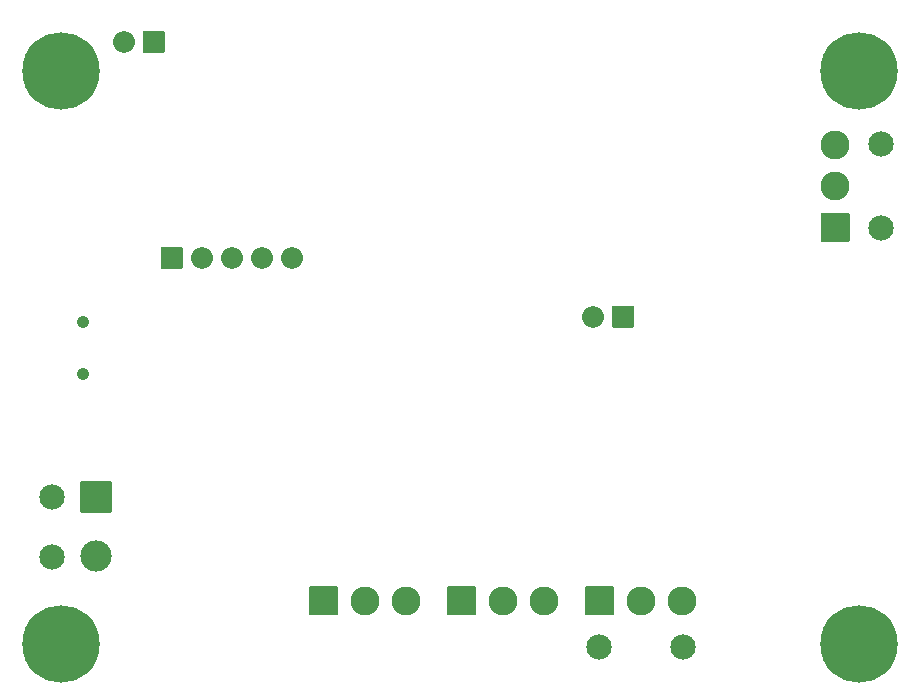
<source format=gbs>
G04 #@! TF.GenerationSoftware,KiCad,Pcbnew,6.0.2+dfsg-1*
G04 #@! TF.CreationDate,2023-08-12T13:44:00-06:00*
G04 #@! TF.ProjectId,ckt-soundplay,636b742d-736f-4756-9e64-706c61792e6b,rev?*
G04 #@! TF.SameCoordinates,Original*
G04 #@! TF.FileFunction,Soldermask,Bot*
G04 #@! TF.FilePolarity,Negative*
%FSLAX46Y46*%
G04 Gerber Fmt 4.6, Leading zero omitted, Abs format (unit mm)*
G04 Created by KiCad (PCBNEW 6.0.2+dfsg-1) date 2023-08-12 13:44:00*
%MOMM*%
%LPD*%
G01*
G04 APERTURE LIST*
%ADD10C,2.652400*%
%ADD11C,2.452400*%
%ADD12C,6.552400*%
%ADD13O,1.852400X1.852400*%
%ADD14C,1.052400*%
%ADD15C,2.152400*%
G04 APERTURE END LIST*
G36*
G01*
X31470000Y-173719800D02*
X33970000Y-173719800D01*
G75*
G02*
X34046200Y-173796000I0J-76200D01*
G01*
X34046200Y-176296000D01*
G75*
G02*
X33970000Y-176372200I-76200J0D01*
G01*
X31470000Y-176372200D01*
G75*
G02*
X31393800Y-176296000I0J76200D01*
G01*
X31393800Y-173796000D01*
G75*
G02*
X31470000Y-173719800I76200J0D01*
G01*
G37*
D10*
X32720000Y-180046000D03*
G36*
G01*
X50772800Y-184977000D02*
X50772800Y-182677000D01*
G75*
G02*
X50849000Y-182600800I76200J0D01*
G01*
X53149000Y-182600800D01*
G75*
G02*
X53225200Y-182677000I0J-76200D01*
G01*
X53225200Y-184977000D01*
G75*
G02*
X53149000Y-185053200I-76200J0D01*
G01*
X50849000Y-185053200D01*
G75*
G02*
X50772800Y-184977000I0J76200D01*
G01*
G37*
D11*
X55499000Y-183827000D03*
X58999000Y-183827000D03*
D12*
X97282000Y-187452000D03*
X97282000Y-138938000D03*
G36*
G01*
X62456800Y-184977000D02*
X62456800Y-182677000D01*
G75*
G02*
X62533000Y-182600800I76200J0D01*
G01*
X64833000Y-182600800D01*
G75*
G02*
X64909200Y-182677000I0J-76200D01*
G01*
X64909200Y-184977000D01*
G75*
G02*
X64833000Y-185053200I-76200J0D01*
G01*
X62533000Y-185053200D01*
G75*
G02*
X62456800Y-184977000I0J76200D01*
G01*
G37*
D11*
X67183000Y-183827000D03*
X70683000Y-183827000D03*
G36*
G01*
X96458000Y-153443200D02*
X94158000Y-153443200D01*
G75*
G02*
X94081800Y-153367000I0J76200D01*
G01*
X94081800Y-151067000D01*
G75*
G02*
X94158000Y-150990800I76200J0D01*
G01*
X96458000Y-150990800D01*
G75*
G02*
X96534200Y-151067000I0J-76200D01*
G01*
X96534200Y-153367000D01*
G75*
G02*
X96458000Y-153443200I-76200J0D01*
G01*
G37*
X95308000Y-148717000D03*
X95308000Y-145217000D03*
G36*
G01*
X36747000Y-135598800D02*
X38447000Y-135598800D01*
G75*
G02*
X38523200Y-135675000I0J-76200D01*
G01*
X38523200Y-137375000D01*
G75*
G02*
X38447000Y-137451200I-76200J0D01*
G01*
X36747000Y-137451200D01*
G75*
G02*
X36670800Y-137375000I0J76200D01*
G01*
X36670800Y-135675000D01*
G75*
G02*
X36747000Y-135598800I76200J0D01*
G01*
G37*
D13*
X35057000Y-136525000D03*
G36*
G01*
X76498000Y-158839800D02*
X78198000Y-158839800D01*
G75*
G02*
X78274200Y-158916000I0J-76200D01*
G01*
X78274200Y-160616000D01*
G75*
G02*
X78198000Y-160692200I-76200J0D01*
G01*
X76498000Y-160692200D01*
G75*
G02*
X76421800Y-160616000I0J76200D01*
G01*
X76421800Y-158916000D01*
G75*
G02*
X76498000Y-158839800I76200J0D01*
G01*
G37*
X74808000Y-159766000D03*
D14*
X31579000Y-160228000D03*
X31579000Y-164628000D03*
D12*
X29718000Y-187452000D03*
X29718000Y-138938000D03*
G36*
G01*
X74140800Y-184977000D02*
X74140800Y-182677000D01*
G75*
G02*
X74217000Y-182600800I76200J0D01*
G01*
X76517000Y-182600800D01*
G75*
G02*
X76593200Y-182677000I0J-76200D01*
G01*
X76593200Y-184977000D01*
G75*
G02*
X76517000Y-185053200I-76200J0D01*
G01*
X74217000Y-185053200D01*
G75*
G02*
X74140800Y-184977000I0J76200D01*
G01*
G37*
D11*
X78867000Y-183827000D03*
X82367000Y-183827000D03*
G36*
G01*
X39966000Y-155739200D02*
X38266000Y-155739200D01*
G75*
G02*
X38189800Y-155663000I0J76200D01*
G01*
X38189800Y-153963000D01*
G75*
G02*
X38266000Y-153886800I76200J0D01*
G01*
X39966000Y-153886800D01*
G75*
G02*
X40042200Y-153963000I0J-76200D01*
G01*
X40042200Y-155663000D01*
G75*
G02*
X39966000Y-155739200I-76200J0D01*
G01*
G37*
D13*
X41656000Y-154813000D03*
X44196000Y-154813000D03*
X46736000Y-154813000D03*
X49276000Y-154813000D03*
D15*
X82423000Y-187706000D03*
X28956000Y-180086000D03*
X99187000Y-152273000D03*
X28956000Y-175006000D03*
X99187000Y-145161000D03*
X75311000Y-187706000D03*
M02*

</source>
